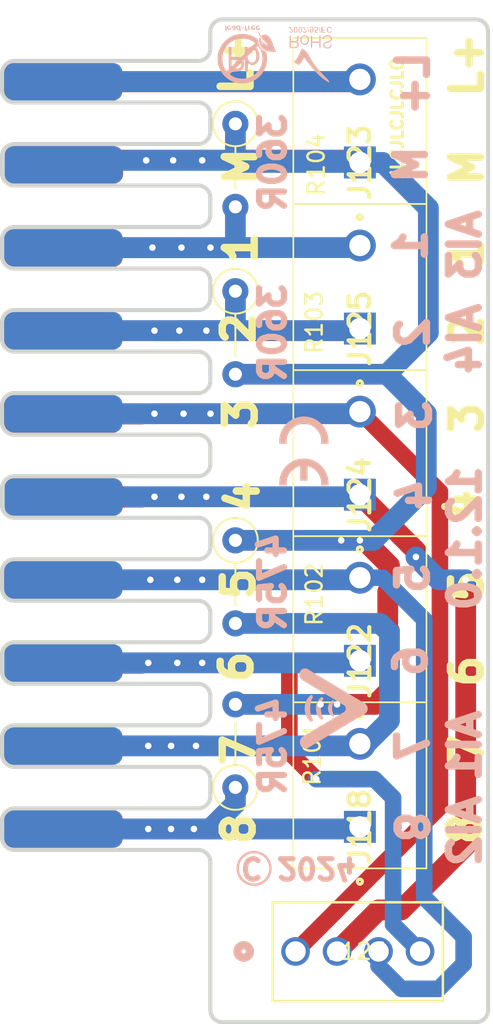
<source format=kicad_pcb>
(kicad_pcb (version 20221018) (generator pcbnew)
  (layers (0 "F.Cu" signal) (31 "B.Cu" signal) (34 "B.Paste" user) (35 "F.Paste" user) (36 "B.SilkS" user "B.Silkscreen") (37 "F.SilkS" user "F.Silkscreen") (38 "B.Mask" user) (39 "F.Mask" user) (44 "Edge.Cuts" user))
  (net 0 "")
  (net 1 "Net-(J102-Pin_1)")
  (net 2 "Net-(J103-Pin_1)")
  (net 3 "Net-(J104-Pin_1)")
  (net 4 "Net-(J105-Pin_1)")
  (net 5 "Net-(J106-Pin_1)")
  (net 6 "Net-(J107-Pin_1)")
  (net 7 "Net-(J108-Pin_1)")
  (net 8 "Net-(J109-Pin_1)")
  (net 9 "Net-(J119-Pin_1)")
  (net 10 "M")
  (footprint "PCB_FOOTPRINT_Library:Conn_pin_PLC" (layer "F.Cu") (at 133.843095 113.372303)
    (fp_text reference "J104" hide)
    (fp_text value "Conn_01x01_PAD" hide)
  )
  (footprint "PCB_FOOTPRINT_Library:Conn_pin_PLC" (layer "F.Cu") (at 133.827476 93.050761)
    (fp_text reference "J108" hide)
    (fp_text value "Conn_01x01_PAD" hide)
  )
  (footprint "PCB_FOOTPRINT_Library:1729128" (layer "F.Cu") (at 153.289 107.823 90)
    (fp_text reference "J124")
    (fp_text value "DB128L-5.08-2P-BK-S" hide)
  )
  (footprint "PCB_FOOTPRINT_Library:Conn_pin_PLC" (layer "F.Cu") (at 133.855227 103.212303)
    (fp_text reference "J106" hide)
    (fp_text value "Conn_01x01_PAD" hide)
  )
  (footprint "PCB_FOOTPRINT_Library:Conn_pin_PLC" (layer "F.Cu") (at 133.835869 113.364473)
    (fp_text reference "J112" hide)
    (fp_text value "Conn_01x01_PAD" hide)
  )
  (footprint "PCB_FOOTPRINT_Library:Conn_pin_PLC" (layer "F.Cu") (at 133.827476 108.286084)
    (fp_text reference "J105" hide)
    (fp_text value "Conn_01x01_PAD" hide)
  )
  (footprint "PCB_FOOTPRINT_Library:Conn_pin_PLC" (layer "F.Cu") (at 133.827476 123.521415)
    (fp_text reference "J102" hide)
    (fp_text value "Conn_01x01_PAD" hide)
  )
  (footprint "PCB_FOOTPRINT_Library:Conn_pin_PLC" (layer "F.Cu") (at 133.848847 82.892303)
    (fp_text reference "J101" hide)
    (fp_text value "Conn_01x01_PAD" hide)
  )
  (footprint "PCB_FOOTPRINT_Library:Conn_pin_PLC" (layer "F.Cu") (at 133.827476 87.97232)
    (fp_text reference "J109" hide)
    (fp_text value "Conn_01x01_PAD" hide)
  )
  (footprint "Resistor_THT:R_Axial_DIN0207_L6.3mm_D2.5mm_P5.08mm_Vertical" (layer "F.Cu") (at 145.669 85.14 -90)
    (fp_text reference "R104")
    (fp_text value "475R")
  )
  (footprint "PCB_FOOTPRINT_Library:1729128" (layer "F.Cu") (at 153.289 117.983 90)
    (fp_text reference "J122")
    (fp_text value "DB128L-5.08-2P-BK-S" hide)
  )
  (footprint "PCB_FOOTPRINT_Library:Conn_pin_PLC" (layer "F.Cu") (at 133.828433 93.039563)
    (fp_text reference "J116" hide)
    (fp_text value "Conn_01x01_PAD" hide)
  )
  (footprint "PCB_FOOTPRINT_Library:Conn_pin_PLC" (layer "F.Cu") (at 133.827476 118.442966)
    (fp_text reference "J103" hide)
    (fp_text value "Conn_01x01_PAD" hide)
  )
  (footprint "PCB_FOOTPRINT_Library:Conn_pin_PLC" (layer "F.Cu") (at 133.814529 98.135324)
    (fp_text reference "J115" hide)
    (fp_text value "Conn_01x01_PAD" hide)
  )
  (footprint "Resistor_THT:R_Axial_DIN0207_L6.3mm_D2.5mm_P5.08mm_Vertical" (layer "F.Cu") (at 145.669 125.73 90)
    (fp_text reference "R101")
    (fp_text value "360R")
  )
  (footprint "PCB_FOOTPRINT_Library:CONN_22-29-2041_MOL" (layer "F.Cu") (at 149.352 135.763)
    (fp_text reference "J126")
    (fp_text value "22292041")
  )
  (footprint "Resistor_THT:R_Axial_DIN0207_L6.3mm_D2.5mm_P5.08mm_Vertical" (layer "F.Cu") (at 145.669 110.617 -90)
    (fp_text reference "R102")
    (fp_text value "360R")
  )
  (footprint "Resistor_THT:R_Axial_DIN0207_L6.3mm_D2.5mm_P5.08mm_Vertical" (layer "F.Cu") (at 145.669 95.377 -90)
    (fp_text reference "R103")
    (fp_text value "475R")
  )
  (footprint "PCB_FOOTPRINT_Library:Conn_pin_PLC" (layer "F.Cu") (at 133.829272 118.443869)
    (fp_text reference "J111" hide)
    (fp_text value "Conn_01x01_PAD" hide)
  )
  (footprint "PCB_FOOTPRINT_Library:Conn_pin_PLC" (layer "F.Cu") (at 133.846116 123.516547)
    (fp_text reference "J110" hide)
    (fp_text value "Conn_01x01_PAD" hide)
  )
  (footprint "PCB_FOOTPRINT_Library:1729128" (layer "F.Cu") (at 153.289 97.663 90)
    (fp_text reference "J125")
    (fp_text value "DB128L-5.08-2P-BK-S" hide)
  )
  (footprint "PCB_FOOTPRINT_Library:Conn_pin_PLC" (layer "F.Cu") (at 133.869293 82.892303)
    (fp_text reference "J120" hide)
    (fp_text value "Conn_01x01_PAD" hide)
  )
  (footprint "PCB_FOOTPRINT_Library:1729128" (layer "F.Cu") (at 153.289 87.503 90)
    (fp_text reference "J123")
    (fp_text value "DB128L-5.08-2P-BK-S" hide)
  )
  (footprint "PCB_FOOTPRINT_Library:Conn_pin_PLC" (layer "F.Cu") (at 133.82816 98.121694)
    (fp_text reference "J107" hide)
    (fp_text value "Conn_01x01_PAD" hide)
  )
  (footprint "PCB_FOOTPRINT_Library:1729128" (layer "F.Cu") (at 153.289 128.143 90)
    (fp_text reference "J118")
    (fp_text value "DB128L-5.08-2P-BK-S" hide)
  )
  (footprint "PCB_FOOTPRINT_Library:Conn_pin_PLC" (layer "F.Cu") (at 133.84614 103.212303)
    (fp_text reference "J114" hide)
    (fp_text value "Conn_01x01_PAD" hide)
  )
  (footprint "PCB_FOOTPRINT_Library:Conn_pin_PLC" (layer "F.Cu") (at 133.824486 77.815977)
    (fp_text reference "J121" hide)
    (fp_text value "Conn_01x01_PAD" hide)
  )
  (footprint "PCB_FOOTPRINT_Library:Conn_pin_PLC" (layer "F.Cu") (at 133.846429 87.986803)
    (fp_text reference "J117" hide)
    (fp_text value "Conn_01x01_PAD" hide)
  )
  (footprint "PCB_FOOTPRINT_Library:Conn_pin_PLC" (layer "F.Cu") (at 133.826025 108.293173)
    (fp_text reference "J113" hide)
    (fp_text value "Conn_01x01_PAD" hide)
  )
  (footprint "LOGO" (layer "B.Cu") (at 150.006856 105.482877 -90)
    (fp_text reference "G***" hide)
    (fp_text value "LOGO" hide)
  )
  (footprint "LOGO" (layer "B.Cu") (at 148.082 80.899)
    (fp_text reference "G***" hide)
    (fp_text value "LOGO" hide)
  )
  (footprint "PCB_FOOTPRINT_Library:Conn_pin_PLC" (layer "B.Cu") (at 136.440986 77.815977 180)
    (fp_text reference "J119" hide)
    (fp_text value "Conn_01x01_PAD" hide)
  )
  (gr_poly (pts (xy 150.595501 120.854032) (xy 150.599232 120.806451) (xy 150.605519 120.759353) (xy 150.614316 120.712831) (xy 150.625581 120.666981) (xy 150.63927 120.621897) (xy 150.655341 120.577674) (xy 150.67375 120.534406) (xy 150.694453 120.492188) (xy 150.717408 120.451115) (xy 150.742571 120.411281) (xy 150.769899 120.37278) (xy 150.799348 120.335707) (xy 150.830876 120.300157) (xy 150.864438 120.266225) (xy 150.899993 120.234005) (xy 150.906014 120.229062) (xy 150.912147 120.224083) (xy 150.918355 120.219103) (xy 150.924599 120.214161) (xy 150.924716 120.214047) (xy 150.924836 120.213936) (xy 150.924959 120.213829) (xy 150.925085 120.213725) (xy 150.925213 120.213625) (xy 150.925345 120.213529) (xy 150.925478 120.213436) (xy 150.925614 120.213346) (xy 150.925753 120.213261) (xy 150.925893 120.213179) (xy 150.926036 120.213101) (xy 150.926181 120.213028) (xy 150.926329 120.212958) (xy 150.926478 120.212892) (xy 150.926629 120.21283) (xy 150.926782 120.212772) (xy 150.928716 120.211781) (xy 150.930673 120.210845) (xy 150.932653 120.209964) (xy 150.934654 120.209138) (xy 150.936676 120.208368) (xy 150.938717 120.207653) (xy 150.940776 120.206994) (xy 150.942852 120.206392) (xy 150.944943 120.205847) (xy 150.947049 120.205358) (xy 150.949168 120.204927) (xy 150.951299 120.204554) (xy 150.953441 120.204238) (xy 150.955593 120.203981) (xy 150.957753 120.203783) (xy 150.959921 120.203643) (xy 150.964016 120.203983) (xy 150.968057 120.204504) (xy 150.97204 120.205203) (xy 150.97596 120.206075) (xy 150.979814 120.207116) (xy 150.983598 120.208322) (xy 150.987306 120.209689) (xy 150.990936 120.211214) (xy 150.994482 120.212891) (xy 150.997941 120.214717) (xy 151.001309 120.216689) (xy 151.00458 120.218801) (xy 151.007752 120.22105) (xy 151.01082 120.223432) (xy 151.013779 120.225943) (xy 151.016626 120.228578) (xy 151.019356 120.231334) (xy 151.021965 120.234207) (xy 151.02445 120.237192) (xy 151.026805 120.240286) (xy 151.029026 120.243485) (xy 151.031111 120.246784) (xy 151.033053 120.250179) (xy 151.034849 120.253667) (xy 151.036495 120.257242) (xy 151.037987 120.260903) (xy 151.039321 120.264643) (xy 151.040491 120.26846) (xy 151.041495 120.272349) (xy 151.042328 120.276306) (xy 151.042986 120.280327) (xy 151.043464 120.284407) (xy 151.043919 120.286712) (xy 151.044308 120.289027) (xy 151.044631 120.291351) (xy 151.044888 120.293683) (xy 151.045078 120.296022) (xy 151.045202 120.298365) (xy 151.045259 120.300712) (xy 151.045249 120.303061) (xy 151.045249 120.305839) (xy 151.045238 120.307637) (xy 151.045179 120.309434) (xy 151.045075 120.311228) (xy 151.044924 120.313018) (xy 151.044727 120.314804) (xy 151.044484 120.316585) (xy 151.044195 120.318359) (xy 151.04386 120.320126) (xy 151.043501 120.321526) (xy 151.043158 120.322931) (xy 151.042834 120.324339) (xy 151.042527 120.325752) (xy 151.042238 120.327168) (xy 151.041967 120.328588) (xy 151.041714 120.330011) (xy 151.041479 120.331438) (xy 151.041459 120.331989) (xy 151.0414 120.332528) (xy 151.041308 120.333056) (xy 151.041185 120.333574) (xy 151.041035 120.334084) (xy 151.040862 120.334587) (xy 151.04067 120.335085) (xy 151.040462 120.33558) (xy 151.040016 120.336563) (xy 151.039554 120.337549) (xy 151.039105 120.338548) (xy 151.038896 120.339057) (xy 151.038701 120.339573) (xy 151.038411 120.340558) (xy 151.03809 120.341532) (xy 151.037738 120.342495) (xy 151.037356 120.343446) (xy 151.036943 120.344384) (xy 151.0365 120.345308) (xy 151.036028 120.346219) (xy 151.035526 120.347114) (xy 151.034353 120.349116) (xy 151.033213 120.351108) (xy 151.0321 120.3531) (xy 151.031011 120.355101) (xy 151.029941 120.357121) (xy 151.028884 120.359169) (xy 151.027837 120.361255) (xy 151.026795 120.363386) (xy 151.026368 120.36411) (xy 151.025929 120.364826) (xy 151.025477 120.365534) (xy 151.025011 120.366233) (xy 151.024533 120.366924) (xy 151.024043 120.367606) (xy 151.02354 120.368279) (xy 151.023024 120.368942) (xy 151.021791 120.370593) (xy 151.020526 120.37222) (xy 151.019231 120.373822) (xy 151.017906 120.375398) (xy 151.01655 120.376949) (xy 151.015165 120.378474) (xy 151.013751 120.379972) (xy 151.012309 120.381444) (xy 151.013846 120.380101) (xy 151.015343 120.378714) (xy 151.016799 120.377285) (xy 151.018212 120.375815) (xy 151.019582 120.374304) (xy 151.020907 120.372754) (xy 151.022187 120.371165) (xy 151.023421 120.369538) (xy 151.008511 120.400501) (xy 150.994554 120.431846) (xy 150.981553 120.463551) (xy 150.969515 120.495594) (xy 150.958445 120.527952) (xy 150.948347 120.560603) (xy 150.939227 120.593525) (xy 150.931089 120.626697) (xy 150.923939 120.660095) (xy 150.917783 120.693697) (xy 150.912624 120.727483) (xy 150.908468 120.761429) (xy 150.90532 120.795513) (xy 150.903186 120.829713) (xy 150.90207 120.864007) (xy 150.901977 120.898373) (xy 150.902088 120.933477) (xy 150.903269 120.968504) (xy 150.905513 121.00343) (xy 150.908816 121.038232) (xy 150.913172 121.072885) (xy 150.918575 121.107366) (xy 150.925019 121.141652) (xy 150.9325 121.175719) (xy 150.941011 121.209543) (xy 150.950548 121.2431) (xy 150.961103 121.276368) (xy 150.972673 121.309322) (xy 150.98525 121.341938) (xy 150.998831 121.374194) (xy 151.013408 121.406065) (xy 151.028977 121.437528) (xy 151.029355 121.438013) (xy 151.029722 121.438505) (xy 151.030079 121.439004) (xy 151.030426 121.439511) (xy 151.030762 121.440023) (xy 151.031088 121.440543) (xy 151.031402 121.441069) (xy 151.031706 121.441601) (xy 151.032 121.442139) (xy 151.032282 121.442683) (xy 151.032553 121.443232) (xy 151.032813 121.443788) (xy 151.033062 121.444348) (xy 151.033299 121.444914) (xy 151.033525 121.445485) (xy 151.03374 121.446061) (xy 151.035136 121.448928) (xy 151.036445 121.45183) (xy 151.037665 121.454766) (xy 151.038796 121.457734) (xy 151.039837 121.460732) (xy 151.040788 121.463757) (xy 151.041649 121.466807) (xy 151.04242 121.469881) (xy 151.043098 121.472977) (xy 151.043685 121.476092) (xy 151.044179 121.479224) (xy 151.044581 121.482372) (xy 151.044889 121.485533) (xy 151.045104 121.488705) (xy 151.045224 121.491887) (xy 151.045249 121.495075) (xy 151.04514 121.500122) (xy 151.044817 121.505101) (xy 151.044284 121.510007) (xy 151.043547 121.514832) (xy 151.042611 121.519572) (xy 151.041482 121.52422) (xy 151.040164 121.52877) (xy 151.038664 121.533215) (xy 151.036985 121.537551) (xy 151.035134 121.54177) (xy 151.033115 121.545867) (xy 151.030934 121.549836) (xy 151.028596 121.55367) (xy 151.026106 121.557364) (xy 151.02347 121.560911) (xy 151.020693 121.564305) (xy 151.017779 121.567541) (xy 151.014735 121.570612) (xy 151.011565 121.573512) (xy 151.008275 121.576235) (xy 151.004869 121.578775) (xy 151.001354 121.581126) (xy 150.997734 121.583282) (xy 150.994015 121.585237) (xy 150.990202 121.586985) (xy 150.986299 121.588519) (xy 150.982313 121.589834) (xy 150.978249 121.590923) (xy 150.974111 121.591781) (xy 150.969905 121.592401) (xy 150.965636 121.592778) (xy 150.96131 121.592905) (xy 150.958681 121.592858) (xy 150.956061 121.592719) (xy 150.953451 121.592487) (xy 150.950856 121.592164) (xy 150.948276 121.59175) (xy 150.945715 121.591246) (xy 150.943175 121.590653) (xy 150.940657 121.589971) (xy 150.938165 121.589201) (xy 150.935701 121.588343) (xy 150.933267 121.587399) (xy 150.930865 121.586369) (xy 150.928499 121.585253) (xy 150.926169 121.584053) (xy 150.923879 121.582768) (xy 150.921631 121.581401) (xy 150.921623 121.581395) (xy 150.917455 121.578084) (xy 150.913288 121.574698) (xy 150.909121 121.571238) (xy 150.904954 121.567703) (xy 150.869161 121.535748) (xy 150.835347 121.502067) (xy 150.803556 121.466752) (xy 150.773831 121.4299) (xy 150.746218 121.391604) (xy 150.720759 121.351958) (xy 150.697499 121.311056) (xy 150.676483 121.268993) (xy 150.657752 121.225863) (xy 150.641353 121.181761) (xy 150.627328 121.13678) (xy 150.615723 121.091015) (xy 150.60658 121.044561) (xy 150.599943 120.99751) (xy 150.595857 120.949959) (xy 150.594366 120.902)) (fill solid) (layer "B.SilkS"))
  (gr_poly (pts (xy 149.91072 120.839342) (xy 149.915242 120.780547) (xy 149.922676 120.722863) (xy 149.932939 120.666372) (xy 149.945949 120.611153) (xy 149.961622 120.557289) (xy 149.979875 120.50486) (xy 150.000625 120.453947) (xy 150.023789 120.404632) (xy 150.049283 120.356996) (xy 150.077025 120.31112) (xy 150.106932 120.267084) (xy 150.138919 120.224971) (xy 150.172905 120.18486) (xy 150.208806 120.146834) (xy 150.246539 120.110973) (xy 150.246539 120.109782) (xy 150.253072 120.103944) (xy 150.259809 120.09805) (xy 150.273526 120.086168) (xy 150.27383 120.085941) (xy 150.27414 120.085721) (xy 150.274455 120.08551) (xy 150.274775 120.085307) (xy 150.2751 120.085113) (xy 150.275431 120.084927) (xy 150.275766 120.084749) (xy 150.276106 120.08458) (xy 150.278152 120.083482) (xy 150.280227 120.082446) (xy 150.282328 120.081472) (xy 150.284455 120.080561) (xy 150.286606 120.079713) (xy 150.288778 120.078928) (xy 150.290972 120.078207) (xy 150.293186 120.077551) (xy 150.295417 120.076959) (xy 150.297666 120.076432) (xy 150.299929 120.075971) (xy 150.302207 120.075575) (xy 150.304497 120.075246) (xy 150.306798 120.074983) (xy 150.309109 120.074787) (xy 150.311428 120.074659) (xy 150.31572 120.074779) (xy 150.319963 120.075136) (xy 150.324153 120.075724) (xy 150.328284 120.076539) (xy 150.332353 120.077575) (xy 150.336356 120.078828) (xy 150.340288 120.080291) (xy 150.344145 120.081961) (xy 150.347923 120.083831) (xy 150.351618 120.085897) (xy 150.355225 120.088154) (xy 150.358741 120.090596) (xy 150.362161 120.093219) (xy 150.36548 120.096017) (xy 150.368696 120.098985) (xy 150.371802 120.102118) (xy 150.374796 120.105411) (xy 150.377673 120.108858) (xy 150.380429 120.112456) (xy 150.383059 120.116197) (xy 150.38556 120.120078) (xy 150.387926 120.124094) (xy 150.390155 120.128238) (xy 150.392241 120.132507) (xy 150.394181 120.136894) (xy 150.39597 120.141395) (xy 150.397605 120.146005) (xy 150.39908 120.150718) (xy 150.400391 120.15553) (xy 150.401536 120.160435) (xy 150.402508 120.165428) (xy 150.403304 120.170504) (xy 150.403846 120.173225) (xy 150.404311 120.175959) (xy 150.4047 120.178703) (xy 150.405012 120.181457) (xy 150.405247 120.184218) (xy 150.405404 120.186985) (xy 150.405484 120.189757) (xy 150.405487 120.192531) (xy 150.405487 120.195904) (xy 150.405447 120.198025) (xy 150.405361 120.200144) (xy 150.40523 120.20226) (xy 150.405054 120.204372) (xy 150.404833 120.20648) (xy 150.404567 120.208583) (xy 150.404256 120.21068) (xy 150.4039 120.212771) (xy 150.403877 120.213625) (xy 150.403813 120.214475) (xy 150.403713 120.21532) (xy 150.40358 120.216164) (xy 150.403421 120.217004) (xy 150.40324 120.217843) (xy 150.402833 120.219518) (xy 150.401974 120.222873) (xy 150.401779 120.223716) (xy 150.401602 120.224562) (xy 150.401447 120.225412) (xy 150.40132 120.226265) (xy 150.398343 120.23579) (xy 150.397976 120.236961) (xy 150.397586 120.238124) (xy 150.397173 120.239278) (xy 150.396737 120.240425) (xy 150.396279 120.241562) (xy 150.395799 120.24269) (xy 150.395296 120.243809) (xy 150.394771 120.244918) (xy 150.393431 120.247336) (xy 150.392125 120.249772) (xy 150.390856 120.252227) (xy 150.389622 120.254699) (xy 150.388424 120.257189) (xy 150.387262 120.259697) (xy 150.386137 120.262221) (xy 150.385048 120.264762) (xy 150.384598 120.265648) (xy 150.384128 120.266522) (xy 150.383637 120.267385) (xy 150.383126 120.268235) (xy 150.382594 120.269073) (xy 150.382043 120.269898) (xy 150.381472 120.27071) (xy 150.380881 120.271509) (xy 150.379526 120.273429) (xy 150.378139 120.275325) (xy 150.376721 120.277198) (xy 150.375272 120.279047) (xy 150.373793 120.280871) (xy 150.372283 120.282671) (xy 150.370743 120.284445) (xy 150.369173 120.286194) (xy 150.370041 120.285404) (xy 150.370896 120.284602) (xy 150.371739 120.283787) (xy 150.372569 120.282959) (xy 150.373386 120.282119) (xy 150.37419 120.281267) (xy 150.37498 120.280403) (xy 150.375757 120.279526) (xy 150.376521 120.278638) (xy 150.377271 120.277739) (xy 150.378007 120.276827) (xy 150.378729 120.275905) (xy 150.379437 120.274971) (xy 150.380131 120.274026) (xy 150.380811 120.27307) (xy 150.381476 120.272104) (xy 150.366139 120.304956) (xy 150.351621 120.338824) (xy 150.337945 120.373669) (xy 150.325135 120.409457) (xy 150.313215 120.44615) (xy 150.302208 120.483713) (xy 150.292137 120.522109) (xy 150.283026 120.561302) (xy 150.274899 120.601255) (xy 150.26778 120.641932) (xy 150.261691 120.683297) (xy 150.256656 120.725314) (xy 150.252699 120.767945) (xy 150.249843 120.811155) (xy 150.248113 120.854908) (xy 150.247531 120.899167) (xy 150.248143 120.944324) (xy 150.249961 120.988984) (xy 150.252961 121.033105) (xy 150.257115 121.076644) (xy 150.262398 121.11956) (xy 150.268784 121.161811) (xy 150.276248 121.203355) (xy 150.284763 121.24415) (xy 150.294303 121.284155) (xy 150.304843 121.323327) (xy 150.316357 121.361624) (xy 150.328819 121.399006) (xy 150.342203 121.435429) (xy 150.356483 121.470853) (xy 150.371633 121.505234) (xy 150.387628 121.538532) (xy 150.388027 121.539117) (xy 150.388415 121.539709) (xy 150.388792 121.540308) (xy 150.389157 121.540914) (xy 150.389509 121.541526) (xy 150.389851 121.542145) (xy 150.39018 121.54277) (xy 150.390497 121.543402) (xy 150.390802 121.544039) (xy 150.391094 121.544682) (xy 150.391375 121.545331) (xy 150.391643 121.545985) (xy 150.391898 121.546645) (xy 150.392141 121.547309) (xy 150.392371 121.547978) (xy 150.392589 121.548652) (xy 150.39417 121.55206) (xy 150.395651 121.555506) (xy 150.39703 121.558989) (xy 150.398307 121.562507) (xy 150.399482 121.566057) (xy 150.400553 121.569638) (xy 150.401521 121.573246) (xy 150.402385 121.576879) (xy 150.403144 121.580536) (xy 150.403798 121.584214) (xy 150.404346 121.587911) (xy 150.404789 121.591624) (xy 150.405125 121.595351) (xy 150.405353 121.599091) (xy 150.405474 121.60284) (xy 150.405487 121.606596) (xy 150.405367 121.612586) (xy 150.405009 121.618495) (xy 150.40442 121.624317) (xy 150.403605 121.630044) (xy 150.401323 121.641184) (xy 150.39821 121.651859) (xy 150.394312 121.66201) (xy 150.389675 121.671581) (xy 150.384348 121.680513) (xy 150.378376 121.688749) (xy 150.375162 121.692589) (xy 150.371806 121.696232) (xy 150.368311 121.699673) (xy 150.364685 121.702904) (xy 150.360933 121.705918) (xy 150.357061 121.708708) (xy 150.353074 121.711266) (xy 150.348979 121.713585) (xy 150.344781 121.715658) (xy 150.340487 121.717479) (xy 150.336101 121.719039) (xy 150.331631 121.720331) (xy 150.327081 121.721349) (xy 150.322458 121.722085) (xy 150.317767 121.722532) (xy 150.313015 121.722682) (xy 150.310141 121.722586) (xy 150.307279 121.722386) (xy 150.304431 121.722083) (xy 150.301601 121.721679) (xy 150.29879 121.721173) (xy 150.296003 121.720568) (xy 150.29324 121.719863) (xy 150.290506 121.71906) (xy 150.287802 121.718159) (xy 150.285131 121.717161) (xy 150.282496 121.716068) (xy 150.2799 121.714879) (xy 150.277345 121.713596) (xy 150.274834 121.712219) (xy 150.27237 121.71075) (xy 150.269954 121.709188) (xy 150.267647 121.707236) (xy 150.265341 121.705251) (xy 150.260727 121.701201) (xy 150.256113 121.697078) (xy 150.2515 121.692917) (xy 150.213319 121.656993) (xy 150.176969 121.61879) (xy 150.142538 121.578406) (xy 150.110113 121.535937) (xy 150.07978 121.491481) (xy 150.051628 121.445135) (xy 150.025743 121.396997) (xy 150.002212 121.347164) (xy 149.981124 121.295733) (xy 149.962564 121.242803) (xy 149.94662 121.188469) (xy 149.933379 121.13283) (xy 149.922929 121.075983) (xy 149.915357 121.018025) (xy 149.91075 120.959054) (xy 149.909195 120.899167)) (fill solid) (layer "B.SilkS"))
  (gr_poly (pts (xy 151.334136 120.861541) (xy 151.337548 120.825715) (xy 151.343154 120.790551) (xy 151.35089 120.7561) (xy 151.360689 120.722414) (xy 151.372487 120.689545) (xy 151.386218 120.657545) (xy 151.401817 120.626464) (xy 151.419218 120.596356) (xy 151.438355 120.567272) (xy 151.459164 120.539263) (xy 151.481579 120.512381) (xy 151.505535 120.486679) (xy 151.530966 120.462207) (xy 151.557807 120.439018) (xy 151.585992 120.417163) (xy 151.605835 120.402677) (xy 151.60782 120.402677) (xy 151.609419 120.401958) (xy 151.611033 120.401277) (xy 151.612661 120.400636) (xy 151.614303 120.400034) (xy 151.615958 120.399471) (xy 151.617625 120.398947) (xy 151.619303 120.398464) (xy 151.620993 120.39802) (xy 151.622692 120.397617) (xy 151.6244 120.397253) (xy 151.626118 120.396931) (xy 151.627843 120.396648) (xy 151.629575 120.396407) (xy 151.631313 120.396206) (xy 151.633058 120.396047) (xy 151.634807 120.395929) (xy 151.638 120.396) (xy 151.641159 120.396212) (xy 151.644283 120.396563) (xy 151.647368 120.39705) (xy 151.65041 120.39767) (xy 151.653406 120.39842) (xy 151.656352 120.399297) (xy 151.659246 120.400299) (xy 151.662084 120.401422) (xy 151.664862 120.402664) (xy 151.667577 120.404022) (xy 151.670225 120.405493) (xy 151.672804 120.407075) (xy 151.67531 120.408763) (xy 151.67774 120.410557) (xy 151.68009 120.412451) (xy 151.682356 120.414445) (xy 151.684536 120.416535) (xy 151.686625 120.418717) (xy 151.688622 120.420991) (xy 151.690521 120.423351) (xy 151.692321 120.425796) (xy 151.694017 120.428323) (xy 151.695606 120.430928) (xy 151.697084 120.43361) (xy 151.698449 120.436364) (xy 151.699697 120.43919) (xy 151.700825 120.442082) (xy 151.701828 120.445039) (xy 151.702704 120.448058) (xy 151.70345 120.451136) (xy 151.704062 120.45427) (xy 151.704404 120.455935) (xy 151.704698 120.457609) (xy 151.704944 120.45929) (xy 151.705142 120.460977) (xy 151.705292 120.462669) (xy 151.705393 120.464364) (xy 151.705447 120.466063) (xy 151.705451 120.467764) (xy 151.705451 120.468954) (xy 151.705547 120.470242) (xy 151.705616 120.471532) (xy 151.705658 120.472823) (xy 151.705671 120.474114) (xy 151.705658 120.475405) (xy 151.705616 120.476695) (xy 151.705547 120.477985) (xy 151.705451 120.479273) (xy 151.705149 120.480276) (xy 151.704863 120.481284) (xy 151.704591 120.482295) (xy 151.704335 120.483311) (xy 151.704095 120.48433) (xy 151.70387 120.485353) (xy 151.703661 120.486379) (xy 151.703467 120.487409) (xy 151.701085 120.493362) (xy 151.700829 120.494086) (xy 151.700554 120.494802) (xy 151.700259 120.49551) (xy 151.699946 120.49621) (xy 151.699614 120.496901) (xy 151.699263 120.497583) (xy 151.698893 120.498256) (xy 151.698506 120.498918) (xy 151.69749 120.500333) (xy 151.696521 120.501749) (xy 151.69559 120.50317) (xy 151.694686 120.504599) (xy 151.692925 120.507485) (xy 151.691164 120.510428) (xy 151.690809 120.510979) (xy 151.690441 120.511523) (xy 151.690062 120.512057) (xy 151.68967 120.512583) (xy 151.689267 120.5131) (xy 151.688852 120.513608) (xy 151.688426 120.514106) (xy 151.687988 120.514595) (xy 151.686964 120.515775) (xy 151.68592 120.516937) (xy 151.684856 120.518081) (xy 151.683773 120.519208) (xy 151.682672 120.520315) (xy 151.681552 120.521404) (xy 151.680414 120.522474) (xy 151.679257 120.523525) (xy 151.679893 120.523066) (xy 151.68052 120.522596) (xy 151.68114 120.522116) (xy 151.681751 120.521626) (xy 151.682353 120.521126) (xy 151.682947 120.520615) (xy 151.683532 120.520095) (xy 151.684108 120.519566) (xy 151.684676 120.519026) (xy 151.685234 120.518478) (xy 151.685783 120.517919) (xy 151.686322 120.517352) (xy 151.686853 120.516775) (xy 151.687373 120.51619) (xy 151.687884 120.515595) (xy 151.688385 120.514992) (xy 151.664579 120.560619) (xy 151.643992 120.607348) (xy 151.626621 120.655018) (xy 151.612468 120.70347) (xy 151.601529 120.752542) (xy 151.593806 120.802076) (xy 151.589296 120.85191) (xy 151.587998 120.901884) (xy 151.589912 120.951839) (xy 151.595036 121.001613) (xy 151.60337 121.051048) (xy 151.614912 121.099982) (xy 151.629662 121.148255) (xy 151.647619 121.195708) (xy 151.668781 121.242179) (xy 151.693148 121.287509) (xy 151.693703 121.288224) (xy 151.694235 121.288955) (xy 151.694744 121.289703) (xy 151.695228 121.290466) (xy 151.695688 121.291243) (xy 151.696123 121.292036) (xy 151.696533 121.292842) (xy 151.696918 121.293661) (xy 151.69807 121.295695) (xy 151.699151 121.297764) (xy 151.700159 121.299864) (xy 151.701094 121.301994) (xy 151.701956 121.304151) (xy 151.702744 121.306335) (xy 151.703457 121.308543) (xy 151.704096 121.310773) (xy 151.704659 121.313024) (xy 151.705146 121.315292) (xy 151.705556 121.317577) (xy 151.70589 121.319877) (xy 151.706146 121.322189) (xy 151.706324 121.324512) (xy 151.706423 121.326843) (xy 151.706443 121.329181) (xy 151.706396 121.332662) (xy 151.706178 121.336121) (xy 151.705791 121.339553) (xy 151.705236 121.342951) (xy 151.704517 121.34631) (xy 151.703636 121.349624) (xy 151.702595 121.352887) (xy 151.701397 121.356094) (xy 151.700043 121.359239) (xy 151.698537 121.362315) (xy 151.69688 121.365317) (xy 151.695075 121.36824) (xy 151.693124 121.371077) (xy 151.691029 121.373822) (xy 151.688794 121.376471) (xy 151.686419 121.379016) (xy 151.683921 121.381441) (xy 151.681317 121.383729) (xy 151.678614 121.385877) (xy 151.675816 121.387884) (xy 151.672929 121.389747) (xy 151.669961 121.391463) (xy 151.666915 121.39303) (xy 151.663798 121.394445) (xy 151.660615 121.395707) (xy 151.657373 121.396812) (xy 151.654077 121.397759) (xy 151.650733 121.398544) (xy 151.647347 121.399165) (xy 151.643924 121.399621) (xy 151.640469 121.399908) (xy 151.63699 121.400023) (xy 151.634885 121.399977) (xy 151.632786 121.399866) (xy 151.630694 121.39969) (xy 151.628612 121.399449) (xy 151.626539 121.399145) (xy 151.624479 121.398777) (xy 151.622432 121.398347) (xy 151.620399 121.397853) (xy 151.618383 121.397297) (xy 151.616384 121.396679) (xy 151.614404 121.395999) (xy 151.612445 121.395258) (xy 151.610508 121.394456) (xy 151.608594 121.393594) (xy 151.606706 121.392671) (xy 151.604843 121.391689) (xy 151.603123 121.390546) (xy 151.601389 121.389357) (xy 151.599646 121.388131) (xy 151.597898 121.386877) (xy 151.594407 121.384322) (xy 151.590953 121.381767) (xy 151.562254 121.359846) (xy 151.534916 121.336538) (xy 151.509007 121.311902) (xy 151.484593 121.285999) (xy 151.461744 121.258888) (xy 151.440526 121.230629) (xy 151.421007 121.20128) (xy 151.403256 121.170902) (xy 151.387339 121.139555) (xy 151.373324 121.107297) (xy 151.36128 121.074189) (xy 151.351274 121.04029) (xy 151.343374 121.00566) (xy 151.337647 120.970358) (xy 151.335619 120.952473) (xy 151.334161 120.934443) (xy 151.33328 120.916275) (xy 151.332984 120.897976)) (fill solid) (layer "B.SilkS"))
  (gr_poly (pts (xy 149.579392 118.833433) (xy 149.579853 118.813648) (xy 149.581222 118.794123) (xy 149.583476 118.774881) (xy 149.586591 118.755947) (xy 149.590547 118.737344) (xy 149.595319 118.719097) (xy 149.600885 118.70123) (xy 149.607223 118.683767) (xy 149.614309 118.666733) (xy 149.622122 118.650152) (xy 149.630638 118.634047) (xy 149.639835 118.618443) (xy 149.64969 118.603365) (xy 149.66018 118.588836) (xy 149.671283 118.574881) (xy 149.682976 118.561524) (xy 149.695237 118.548788) (xy 149.708042 118.536699) (xy 149.72137 118.525281) (xy 149.735196 118.514557) (xy 149.7495 118.504552) (xy 149.764257 118.49529) (xy 149.779446 118.486795) (xy 149.795044 118.479091) (xy 149.811027 118.472204) (xy 149.827374 118.466156) (xy 149.844062 118.460972) (xy 149.861068 118.456676) (xy 149.878369 118.453293) (xy 149.895942 118.450847) (xy 149.913766 118.449361) (xy 149.931817 118.448861) (xy 149.940552 118.448964) (xy 149.949269 118.449302) (xy 149.957965 118.449872) (xy 149.966635 118.450675) (xy 149.975274 118.451708) (xy 149.983877 118.452972) (xy 149.992441 118.454464) (xy 150.00096 118.456184) (xy 150.00943 118.458131) (xy 150.017846 118.460305) (xy 150.026204 118.462703) (xy 150.034499 118.465325) (xy 150.042727 118.46817) (xy 150.050883 118.471237) (xy 150.058962 118.474526) (xy 150.06696 118.478034) (xy 150.133032 118.517718) (xy 153.388995 120.471137) (xy 153.572351 120.581667) (xy 153.608268 120.603098) (xy 153.610848 120.604685) (xy 153.628794 120.618292) (xy 153.645778 120.63286) (xy 153.661772 120.648335) (xy 153.676751 120.664665) (xy 153.690686 120.681799) (xy 153.703552 120.699684) (xy 153.71532 120.718266) (xy 153.725964 120.737495) (xy 153.735458 120.757317) (xy 153.743772 120.777681) (xy 153.750882 120.798533) (xy 153.75676 120.819822) (xy 153.761379 120.841495) (xy 153.764711 120.8635) (xy 153.76673 120.885784) (xy 153.767409 120.908295) (xy 153.76673 120.930806) (xy 153.764711 120.95309) (xy 153.761379 120.975094) (xy 153.75676 120.996767) (xy 153.750882 121.018056) (xy 153.743772 121.038909) (xy 153.735458 121.059272) (xy 153.725964 121.079094) (xy 153.71532 121.098323) (xy 153.703552 121.116906) (xy 153.690686 121.13479) (xy 153.676751 121.151924) (xy 153.661772 121.168254) (xy 153.645778 121.18373) (xy 153.628794 121.198297) (xy 153.610848 121.211904) (xy 153.61051 121.212105) (xy 153.610177 121.212312) (xy 153.609848 121.212526) (xy 153.609523 121.212746) (xy 153.609202 121.212972) (xy 153.608886 121.213205) (xy 153.608575 121.213445) (xy 153.608268 121.21369) (xy 153.572351 121.235121) (xy 153.388598 121.345452) (xy 150.164584 123.28002) (xy 150.109617 123.313159) (xy 150.101271 123.317098) (xy 150.09283 123.320794) (xy 150.084297 123.324246) (xy 150.075679 123.327452) (xy 150.06698 123.330411) (xy 150.058207 123.333121) (xy 150.049364 123.335582) (xy 150.040457 123.337793) (xy 150.031491 123.339751) (xy 150.022472 123.341456) (xy 150.013405 123.342907) (xy 150.004295 123.344101) (xy 149.995148 123.345039) (xy 149.985968 123.345719) (xy 149.976763 123.346139) (xy 149.967536 123.346298) (xy 149.949379 123.345796) (xy 149.931463 123.344307) (xy 149.913807 123.341855) (xy 149.896436 123.338463) (xy 149.87937 123.334157) (xy 149.862633 123.328961) (xy 149.846245 123.322898) (xy 149.830229 123.315993) (xy 149.814608 123.30827) (xy 149.799402 123.299753) (xy 149.784636 123.290466) (xy 149.770329 123.280434) (xy 149.756505 123.269681) (xy 149.743186 123.258231) (xy 149.730393 123.246109) (xy 149.718149 123.233337) (xy 149.706476 123.219941) (xy 149.695396 123.205946) (xy 149.684932 123.191374) (xy 149.675104 123.17625) (xy 149.665935 123.160599) (xy 149.657448 123.144444) (xy 149.649665 123.12781) (xy 149.642607 123.110721) (xy 149.636296 123.093202) (xy 149.630755 123.075276) (xy 149.626006 123.056967) (xy 149.622071 123.0383) (xy 149.618972 123.0193) (xy 149.616731 122.999989) (xy 149.615371 122.980393) (xy 149.614912 122.960535) (xy 149.615283 122.938277) (xy 149.616883 122.916196) (xy 149.61969 122.894338) (xy 149.623684 122.872749) (xy 149.628843 122.851474) (xy 149.635148 122.830558) (xy 149.642577 122.810047) (xy 149.65111 122.789987) (xy 149.660725 122.770422) (xy 149.671402 122.751398) (xy 149.68312 122.732962) (xy 149.695858 122.715157) (xy 149.709596 122.698031) (xy 149.724312 122.681627) (xy 149.739986 122.665992) (xy 149.756596 122.651171) (xy 149.757589 122.651171) (xy 149.841726 122.599974) (xy 152.278936 121.13749) (xy 152.28534 121.134603) (xy 152.291639 121.131508) (xy 152.297829 121.128206) (xy 152.303904 121.124702) (xy 152.309859 121.120998) (xy 152.31569 121.117097) (xy 152.321391 121.113002) (xy 152.326957 121.108717) (xy 152.337702 121.099397) (xy 152.347871 121.089559) (xy 152.357449 121.07923) (xy 152.366424 121.068437) (xy 152.374782 121.057208) (xy 152.382509 121.045571) (xy 152.389592 121.033553) (xy 152.396019 121.021181) (xy 152.401774 121.008484) (xy 152.406846 120.995488) (xy 152.41122 120.982222) (xy 152.414884 120.968712) (xy 152.417824 120.954987) (xy 152.420026 120.941073) (xy 152.421477 120.926999) (xy 152.422164 120.912792) (xy 152.422076 120.898568) (xy 152.421218 120.884446) (xy 152.419604 120.870452) (xy 152.417245 120.856615) (xy 152.414153 120.842963) (xy 152.410342 120.829524) (xy 152.405822 120.816326) (xy 152.400606 120.803398) (xy 152.394706 120.790767) (xy 152.388135 120.778461) (xy 152.380905 120.766509) (xy 152.373028 120.754938) (xy 152.364515 120.743777) (xy 152.355381 120.733053) (xy 152.345635 120.722796) (xy 152.335292 120.713032) (xy 152.307312 120.694975) (xy 152.284095 120.679893) (xy 152.280191 120.67811) (xy 152.276232 120.676346) (xy 152.272235 120.674619) (xy 152.26822 120.672948) (xy 149.784576 119.182881) (xy 149.772666 119.176248) (xy 149.76105 119.169236) (xy 149.749736 119.161857) (xy 149.738729 119.15412) (xy 149.728034 119.146035) (xy 149.717659 119.137613) (xy 149.707608 119.128863) (xy 149.697889 119.119796) (xy 149.688506 119.110422) (xy 149.679466 119.100751) (xy 149.670775 119.090793) (xy 149.662439 119.080559) (xy 149.654463 119.070059) (xy 149.646854 119.059302) (xy 149.639618 119.048299) (xy 149.63276 119.03706) (xy 149.626287 119.025595) (xy 149.620204 119.013914) (xy 149.614518 119.002028) (xy 149.609234 118.989947) (xy 149.604359 118.977681) (xy 149.599898 118.965239) (xy 149.595858 118.952633) (xy 149.592243 118.939872) (xy 149.589061 118.926966) (xy 149.586318 118.913926) (xy 149.584018 118.900762) (xy 149.582169 118.887484) (xy 149.580775 118.874101) (xy 149.579844 118.860625) (xy 149.579381 118.847066)) (fill solid) (layer "B.SilkS"))
  (gr_line (start 152.466459 120.72216) (end 152.441853 120.705889) (stroke (width 0.00496)) (layer "B.SilkS"))
  (gr_circle (center 146.812 130.683) (end 146.812 129.683) (stroke (width 0.15)) (fill none) (layer "B.SilkS"))
  (gr_arc (start 143.386145 114.312166) (mid 143.916475 114.531836) (end 144.136145 115.062166) (stroke (width 0.25)) (layer "Edge.Cuts"))
  (gr_arc (start 131.386145 82.042166) (mid 131.605815 81.511836) (end 132.136145 81.292166) (stroke (width 0.25)) (layer "Edge.Cuts"))
  (gr_line (start 144.136145 126.262166) (end 144.136145 125.222166) (stroke (width 0.25)) (layer "Edge.Cuts"))
  (gr_line (start 144.136145 100.862166) (end 144.136145 99.822166) (stroke (width 0.25)) (layer "Edge.Cuts"))
  (gr_line (start 132.136145 86.372166) (end 143.386145 86.372166) (stroke (width 0.25)) (layer "Edge.Cuts"))
  (gr_arc (start 161.136145 139.342166) (mid 160.916475 139.872496) (end 160.386145 140.092166) (stroke (width 0.25)) (layer "Edge.Cuts"))
  (gr_line (start 144.136145 116.102166) (end 144.136145 115.062166) (stroke (width 0.25)) (layer "Edge.Cuts"))
  (gr_arc (start 132.136145 93.992166) (mid 131.605815 93.772496) (end 131.386145 93.242166) (stroke (width 0.25)) (layer "Edge.Cuts"))
  (gr_line (start 144.136145 139.342166) (end 144.136145 130.302166) (stroke (width 0.25)) (layer "Edge.Cuts"))
  (gr_arc (start 131.386145 97.282166) (mid 131.605815 96.751836) (end 132.136145 96.532166) (stroke (width 0.25)) (layer "Edge.Cuts"))
  (gr_arc (start 132.136145 109.232166) (mid 131.605815 109.012496) (end 131.386145 108.482166) (stroke (width 0.25)) (layer "Edge.Cuts"))
  (gr_line (start 131.386145 88.162166) (end 131.386145 87.122166) (stroke (width 0.25)) (layer "Edge.Cuts"))
  (gr_arc (start 143.386145 93.992166) (mid 143.916475 94.211836) (end 144.136145 94.742166) (stroke (width 0.25)) (layer "Edge.Cuts"))
  (gr_line (start 132.136145 111.772166) (end 143.386145 111.772166) (stroke (width 0.25)) (layer "Edge.Cuts"))
  (gr_line (start 131.386145 98.322166) (end 131.386145 97.282166) (stroke (width 0.25)) (layer "Edge.Cuts"))
  (gr_line (start 143.386145 88.912166) (end 132.136145 88.912166) (stroke (width 0.25)) (layer "Edge.Cuts"))
  (gr_arc (start 144.136145 121.182166) (mid 143.916475 121.712496) (end 143.386145 121.932166) (stroke (width 0.25)) (layer "Edge.Cuts"))
  (gr_line (start 132.136145 91.452166) (end 143.386145 91.452166) (stroke (width 0.25)) (layer "Edge.Cuts"))
  (gr_line (start 144.886145 78.752166) (end 160.386145 78.752166) (stroke (width 0.25)) (layer "Edge.Cuts"))
  (gr_arc (start 131.386145 107.442166) (mid 131.605815 106.911836) (end 132.136145 106.692166) (stroke (width 0.25)) (layer "Edge.Cuts"))
  (gr_line (start 144.136145 111.022166) (end 144.136145 109.982166) (stroke (width 0.25)) (layer "Edge.Cuts"))
  (gr_arc (start 144.886145 140.092166) (mid 144.355815 139.872496) (end 144.136145 139.342166) (stroke (width 0.25)) (layer "Edge.Cuts"))
  (gr_arc (start 132.136145 83.832166) (mid 131.605815 83.612496) (end 131.386145 83.082166) (stroke (width 0.25)) (layer "Edge.Cuts"))
  (gr_arc (start 144.136145 116.102166) (mid 143.916475 116.632496) (end 143.386145 116.852166) (stroke (width 0.25)) (layer "Edge.Cuts"))
  (gr_line (start 132.136145 121.932166) (end 143.386145 121.932166) (stroke (width 0.25)) (layer "Edge.Cuts"))
  (gr_line (start 160.386145 140.092166) (end 144.886145 140.092166) (stroke (width 0.25)) (layer "Edge.Cuts"))
  (gr_line (start 132.136145 106.692166) (end 143.386145 106.692166) (stroke (width 0.25)) (layer "Edge.Cuts"))
  (gr_arc (start 144.136145 100.862166) (mid 143.916475 101.392496) (end 143.386145 101.612166) (stroke (width 0.25)) (layer "Edge.Cuts"))
  (gr_arc (start 143.386145 88.912166) (mid 143.916475 89.131836) (end 144.136145 89.662166) (stroke (width 0.25)) (layer "Edge.Cuts"))
  (gr_line (start 143.386145 109.232166) (end 132.136145 109.232166) (stroke (width 0.25)) (layer "Edge.Cuts"))
  (gr_line (start 144.136145 85.622166) (end 144.136145 84.582166) (stroke (width 0.25)) (layer "Edge.Cuts"))
  (gr_arc (start 144.136145 105.942166) (mid 143.916475 106.472496) (end 143.386145 106.692166) (stroke (width 0.25)) (layer "Edge.Cuts"))
  (gr_line (start 131.386145 128.802166) (end 131.386145 127.762166) (stroke (width 0.25)) (layer "Edge.Cuts"))
  (gr_line (start 144.136145 80.542166) (end 144.136145 79.502166) (stroke (width 0.25)) (layer "Edge.Cuts"))
  (gr_line (start 131.386145 123.722166) (end 131.386145 122.682166) (stroke (width 0.25)) (layer "Edge.Cuts"))
  (gr_line (start 161.136145 79.502166) (end 161.136145 139.342166) (stroke (width 0.25)) (layer "Edge.Cuts"))
  (gr_arc (start 143.386145 83.832166) (mid 143.916475 84.051836) (end 144.136145 84.582166) (stroke (width 0.25)) (layer "Edge.Cuts"))
  (gr_line (start 131.386145 103.402166) (end 131.386145 102.362166) (stroke (width 0.25)) (layer "Edge.Cuts"))
  (gr_line (start 131.386145 108.482166) (end 131.386145 107.442166) (stroke (width 0.25)) (layer "Edge.Cuts"))
  (gr_arc (start 132.136145 124.472166) (mid 131.605815 124.252496) (end 131.386145 123.722166) (stroke (width 0.25)) (layer "Edge.Cuts"))
  (gr_line (start 132.136145 127.012166) (end 143.386145 127.012166) (stroke (width 0.25)) (layer "Edge.Cuts"))
  (gr_line (start 143.386145 124.472166) (end 132.136145 124.472166) (stroke (width 0.25)) (layer "Edge.Cuts"))
  (gr_arc (start 132.136145 88.912166) (mid 131.605815 88.692496) (end 131.386145 88.162166) (stroke (width 0.25)) (layer "Edge.Cuts"))
  (gr_line (start 144.136145 90.702166) (end 144.136145 89.662166) (stroke (width 0.25)) (layer "Edge.Cuts"))
  (gr_arc (start 144.136145 90.702166) (mid 143.916475 91.232496) (end 143.386145 91.452166) (stroke (width 0.25)) (layer "Edge.Cuts"))
  (gr_arc (start 132.136145 104.152166) (mid 131.605815 103.932496) (end 131.386145 103.402166) (stroke (width 0.25)) (layer "Edge.Cuts"))
  (gr_line (start 131.386145 118.642166) (end 131.386145 117.602166) (stroke (width 0.25)) (layer "Edge.Cuts"))
  (gr_arc (start 143.386145 124.472166) (mid 143.916475 124.691836) (end 144.136145 125.222166) (stroke (width 0.25)) (layer "Edge.Cuts"))
  (gr_arc (start 143.386145 99.072166) (mid 143.916475 99.291836) (end 144.136145 99.822166) (stroke (width 0.25)) (layer "Edge.Cuts"))
  (gr_arc (start 144.136145 79.502166) (mid 144.355815 78.971836) (end 144.886145 78.752166) (stroke (width 0.25)) (layer "Edge.Cuts"))
  (gr_arc (start 131.386145 92.202166) (mid 131.605815 91.671836) (end 132.136145 91.452166) (stroke (width 0.25)) (layer "Edge.Cuts"))
  (gr_arc (start 160.386145 78.752166) (mid 160.916475 78.971836) (end 161.136145 79.502166) (stroke (width 0.25)) (layer "Edge.Cuts"))
  (gr_arc (start 143.386145 119.392166) (mid 143.916475 119.611836) (end 144.136145 120.142166) (stroke (width 0.25)) (layer "Edge.Cuts"))
  (gr_arc (start 132.136145 129.552166) (mid 131.605815 129.332496) (end 131.386145 128.802166) (stroke (width 0.25)) (layer "Edge.Cuts"))
  (gr_arc (start 132.136145 119.392166) (mid 131.605815 119.172496) (end 131.386145 118.642166) (stroke (width 0.25)) (layer "Edge.Cuts"))
  (gr_arc (start 131.386145 102.362166) (mid 131.605815 101.831836) (end 132.136145 101.612166) (stroke (width 0.25)) (layer "Edge.Cuts"))
  (gr_line (start 132.136145 96.532166) (end 143.386145 96.532166) (stroke (width 0.25)) (layer "Edge.Cuts"))
  (gr_line (start 131.386145 113.562166) (end 131.386145 112.522166) (stroke (width 0.25)) (layer "Edge.Cuts"))
  (gr_arc (start 131.386145 127.762166) (mid 131.605815 127.231836) (end 132.136145 127.012166) (stroke (width 0.25)) (layer "Edge.Cuts"))
  (gr_arc (start 144.136145 80.542166) (mid 143.916475 81.072496) (end 143.386145 81.292166) (stroke (width 0.25)) (layer "Edge.Cuts"))
  (gr_line (start 132.136145 81.292166) (end 143.386145 81.292166) (stroke (width 0.25)) (layer "Edge.Cuts"))
  (gr_line (start 131.386145 93.242166) (end 131.386145 92.202166) (stroke (width 0.25)) (layer "Edge.Cuts"))
  (gr_arc (start 131.386145 112.522166) (mid 131.605815 111.991836) (end 132.136145 111.772166) (stroke (width 0.25)) (layer "Edge.Cuts"))
  (gr_line (start 143.386145 93.992166) (end 132.136145 93.992166) (stroke (width 0.25)) (layer "Edge.Cuts"))
  (gr_arc (start 131.386145 87.122166) (mid 131.605815 86.591836) (end 132.136145 86.372166) (stroke (width 0.25)) (layer "Edge.Cuts"))
  (gr_arc (start 144.136145 126.262166) (mid 143.916475 126.792496) (end 143.386145 127.012166) (stroke (width 0.25)) (layer "Edge.Cuts"))
  (gr_line (start 143.386145 119.392166) (end 132.136145 119.392166) (stroke (width 0.25)) (layer "Edge.Cuts"))
  (gr_arc (start 144.136145 95.782166) (mid 143.916475 96.312496) (end 143.386145 96.532166) (stroke (width 0.25)) (layer "Edge.Cuts"))
  (gr_line (start 132.136145 101.612166) (end 143.386145 101.612166) (stroke (width 0.25)) (layer "Edge.Cuts"))
  (gr_arc (start 144.136145 85.622166) (mid 143.916475 86.152496) (end 143.386145 86.372166) (stroke (width 0.25)) (layer "Edge.Cuts"))
  (gr_arc (start 131.386145 117.602166) (mid 131.605815 117.071836) (end 132.136145 116.852166) (stroke (width 0.25)) (layer "Edge.Cuts"))
  (gr_line (start 131.386145 83.082166) (end 131.386145 82.042166) (stroke (width 0.25)) (layer "Edge.Cuts"))
  (gr_line (start 132.136145 116.852166) (end 143.386145 116.852166) (stroke (width 0.25)) (layer "Edge.Cuts"))
  (gr_line (start 144.136145 105.942166) (end 144.136145 104.902166) (stroke (width 0.25)) (layer "Edge.Cuts"))
  (gr_arc (start 143.386145 104.152166) (mid 143.916475 104.371836) (end 144.136145 104.902166) (stroke (width 0.25)) (layer "Edge.Cuts"))
  (gr_arc (start 131.386145 122.682166) (mid 131.605815 122.151836) (end 132.136145 121.932166) (stroke (width 0.25)) (layer "Edge.Cuts"))
  (gr_line (start 143.386145 104.152166) (end 132.136145 104.152166) (stroke (width 0.25)) (layer "Edge.Cuts"))
  (gr_line (start 144.136145 121.182166) (end 144.136145 120.142166) (stroke (width 0.25)) (layer "Edge.Cuts"))
  (gr_line (start 144.136145 95.782166) (end 144.136145 94.742166) (stroke (width 0.25)) (layer "Edge.Cuts"))
  (gr_arc (start 144.136145 111.022166) (mid 143.916475 111.552496) (end 143.386145 111.772166) (stroke (width 0.25)) (layer "Edge.Cuts"))
  (gr_arc (start 132.136145 99.072166) (mid 131.605815 98.852496) (end 131.386145 98.322166) (stroke (width 0.25)) (layer "Edge.Cuts"))
  (gr_arc (start 132.136145 114.312166) (mid 131.605815 114.092496) (end 131.386145 113.562166) (stroke (width 0.25)) (layer "Edge.Cuts"))
  (gr_arc (start 143.386145 129.552166) (mid 143.916475 129.771836) (end 144.136145 130.302166) (stroke (width 0.25)) (layer "Edge.Cuts"))
  (gr_line (start 143.386145 83.832166) (end 132.136145 83.832166) (stroke (width 0.25)) (layer "Edge.Cuts"))
  (gr_arc (start 143.386145 109.232166) (mid 143.916475 109.451836) (end 144.136145 109.982166) (stroke (width 0.25)) (layer "Edge.Cuts"))
  (gr_line (start 143.386145 114.312166) (end 132.136145 114.312166) (stroke (width 0.25)) (layer "Edge.Cuts"))
  (gr_line (start 143.386145 129.552166) (end 132.136145 129.552166) (stroke (width 0.25)) (layer "Edge.Cuts"))
  (gr_line (start 143.386145 99.072166) (end 132.136145 99.072166) (stroke (width 0.25)) (layer "Edge.Cuts"))
  (gr_text "1" (at 157.48 92.583 90) (layer "B.SilkS") (effects (font (size 1.8288 1.8288) (thickness 0.4572) bold) (justify bottom mirror)))
  (gr_text "5" (at 157.607 112.903 90) (layer "B.SilkS") (effects (font (size 1.8288 1.8288) (thickness 0.4572) bold) (justify bottom mirror)))
  (gr_text "AI1" (at 160.782 123.19 90) (layer "B.SilkS") (effects (font (size 1.8288 1.8288) (thickness 0.4572) bold) (justify bottom mirror)))
  (gr_text "AI4" (at 160.782 98.298 90) (layer "B.SilkS") (effects (font (size 1.8288 1.8288) (thickness 0.4572) bold) (justify bottom mirror)))
  (gr_text "6" (at 157.48 117.983 90) (layer "B.SilkS") (effects (font (size 1.8288 1.8288) (thickness 0.4572) bold) (justify bottom mirror)))
  (gr_text "M" (at 157.48 87.63 90) (layer "B.SilkS") (effects (font (size 1.8288 1.8288) (thickness 0.4572) bold) (justify bottom mirror)))
  (gr_text "AI3" (at 160.782 92.583 90) (layer "B.SilkS") (effects (font (size 1.8288 1.8288) (thickness 0.4572) bold) (justify bottom mirror)))
  (gr_text "3" (at 157.734 102.997 90) (layer "B.SilkS") (effects (font (size 1.8288 1.8288) (thickness 0.4572) bold) (justify bottom mirror)))
  (gr_text "8" (at 155.321 128.143 -90) (layer "B.SilkS") (effects (font (size 1.8288 1.8288) (thickness 0.4572) bold) (justify bottom mirror)))
  (gr_text "475R" (at 147.955 113.157 90) (layer "B.SilkS") (effects (font (size 1.524 1.524) (thickness 0.381) bold) (justify mirror)))
  (gr_text "L+" (at 157.607 82.677 90) (layer "B.SilkS") (effects (font (size 1.8288 1.8288) (thickness 0.4572) bold) (justify bottom mirror)))
  (gr_text "AI2" (at 160.782 128.397 90) (layer "B.SilkS") (effects (font (size 1.8288 1.8288) (thickness 0.4572) bold) (justify bottom mirror)))
  (gr_text "7" (at 157.607 123.19 90) (layer "B.SilkS") (effects (font (size 1.8288 1.8288) (thickness 0.4572) bold) (justify bottom mirror)))
  (gr_text "12.1.0" (at 160.782 110.49 90) (layer "B.SilkS") (effects (font (size 1.8288 1.8288) (thickness 0.4572) bold) (justify bottom mirror)))
  (gr_text "360R" (at 147.955 87.503 90) (layer "B.SilkS") (effects (font (size 1.524 1.524) (thickness 0.381) bold) (justify mirror)))
  (gr_text "360R" (at 147.955 97.917 90) (layer "B.SilkS") (effects (font (size 1.524 1.524) (thickness 0.381) bold) (justify mirror)))
  (gr_text "2" (at 157.607 97.917 90) (layer "B.SilkS") (effects (font (size 1.8288 1.8288) (thickness 0.4572) bold) (justify bottom mirror)))
  (gr_text "475R" (at 147.955 123.19 90) (layer "B.SilkS") (effects (font (size 1.524 1.524) (thickness 0.381) bold) (justify mirror)))
  (gr_text "4" (at 157.734 107.823 90) (layer "B.SilkS") (effects (font (size 1.8288 1.8288) (thickness 0.4572) bold) (justify bottom mirror)))
  (gr_text "C 2024" (at 153.212 129.9213 180) (layer "B.SilkS") (effects (font (size 1.25 1.25) (thickness 0.31) bold) (justify right bottom mirror)))
  (gr_text "M" (at 160.909 87.780788 90) (layer "F.SilkS") (effects (font (size 1.8288 1.8288) (thickness 0.4572) bold) (justify bottom)))
  (gr_text "JLCJLCJLCJLC" (at 155.575 84.836 90) (layer "F.SilkS") (effects (font (size 0.7112 0.7112) (thickness 0.1778))))
  (gr_text "2" (at 160.909 97.79 90) (layer "F.SilkS") (effects (font (size 1.8288 1.8288) (thickness 0.4572) bold) (justify bottom)))
  (gr_text "7" (at 146.939 123.444 90) (layer "F.SilkS") (effects (font (size 1.8288 1.8288) (thickness 0.4572) bold) (justify bottom)))
  (gr_text "6" (at 146.812 118.364 90) (layer "F.SilkS") (effects (font (size 1.8288 1.8288) (thickness 0.4572) bold) (justify bottom)))
  (gr_text "3" (at 147.066 102.87 90) (layer "F.SilkS") (effects (font (size 1.8288 1.8288) (thickness 0.4572) bold) (justify bottom)))
  (gr_text "7" (at 160.909 123.444 90) (layer "F.SilkS") (effects (font (size 1.8288 1.8288) (thickness 0.4572) bold) (justify bottom)))
  (gr_text "1" (at 147.066 92.71 90) (layer "F.SilkS") (effects (font (size 1.8288 1.8288) (thickness 0.4572) bold) (justify bottom)))
  (gr_text "1" (at 160.909 93.091 90) (layer "F.SilkS") (effects (font (size 1.8288 1.8288) (thickness 0.4572) bold) (justify bottom)))
  (gr_text "5" (at 160.909 113.411 90) (layer "F.SilkS") (effects (font (size 1.8288 1.8288) (thickness 0.4572) bold) (justify bottom)))
  (gr_text "4" (at 147.193 107.95 90) (layer "F.SilkS") (effects (font (size 1.8288 1.8288) (thickness 0.4572) bold) (justify bottom)))
  (gr_text "M" (at 147.066 87.757 90) (layer "F.SilkS") (effects (font (size 1.8288 1.8288) (thickness 0.4572) bold) (justify bottom)))
  (gr_text "L+" (at 160.909 81.534 90) (layer "F.SilkS") (effects (font (size 1.8288 1.8288) (thickness 0.4572) bold) (justify bottom)))
  (gr_text "4" (at 160.655 108.458 90) (layer "F.SilkS") (effects (font (size 1.8288 1.8288) (thickness 0.4572) bold) (justify bottom)))
  (gr_text "6" (at 160.909 118.618 90) (layer "F.SilkS") (effects (font (size 1.8288 1.8288) (thickness 0.4572) bold) (justify bottom)))
  (gr_text "8" (at 146.939 128.27 90) (layer "F.SilkS") (effects (font (size 1.8288 1.8288) (thickness 0.4572) bold) (justify bottom)))
  (gr_text "5" (at 146.939 113.284 90) (layer "F.SilkS") (effects (font (size 1.8288 1.8288) (thickness 0.4572) bold) (justify bottom)))
  (gr_text "8" (at 160.782 128.27 90) (layer "F.SilkS") (effects (font (size 1.8288 1.8288) (thickness 0.4572) bold) (justify bottom)))
  (gr_text "2" (at 146.939 97.663 90) (layer "F.SilkS") (effects (font (size 1.8288 1.8288) (thickness 0.4572) bold) (justify bottom)))
  (gr_text "L+" (at 146.812 81.407 90) (layer "F.SilkS") (effects (font (size 1.8288 1.8288) (thickness 0.4572) bold) (justify bottom)))
  (gr_text "3" (at 160.909 103.124 90) (layer "F.SilkS") (effects (font (size 1.8288 1.8288) (thickness 0.4572) bold) (justify bottom)))
  (segment (start 153.162 128.27) (end 135.155913 128.27) (width 1.27) (layer "F.Cu") (net 1))
  (segment (start 153.289 128.143) (end 153.162 128.27) (width 1.27) (layer "F.Cu") (net 1))
  (segment (start 135.155913 128.27) (end 135.154366 128.271547) (width 1.27) (layer "F.Cu") (net 1))
  (via (at 143.129 128.27) (size 0.8) (drill 0.4) (layers "F.Cu" "B.Cu") (net 1))
  (via (at 140.335 128.27) (size 0.8) (drill 0.4) (layers "F.Cu" "B.Cu") (net 1))
  (via (at 141.732 128.27) (size 0.8) (drill 0.4) (layers "F.Cu" "B.Cu") (net 1))
  (segment (start 145.669 126.719949) (end 144.118953 128.269996) (width 1.27) (layer "B.Cu") (net 1))
  (segment (start 141.732 128.27) (end 143.129 128.27) (width 1.27) (layer "B.Cu") (net 1))
  (segment (start 135.142141 128.27) (end 140.335 128.27) (width 1.27) (layer "B.Cu") (net 1))
  (segment (start 153.162 128.27) (end 153.289 128.143) (width 1.27) (layer "B.Cu") (net 1))
  (segment (start 140.335 128.27) (end 141.732 128.27) (width 1.27) (layer "B.Cu") (net 1))
  (segment (start 143.129 128.27) (end 153.162 128.27) (width 1.27) (layer "B.Cu") (net 1))
  (segment (start 135.142145 128.269996) (end 135.142141 128.27) (width 1.27) (layer "B.Cu") (net 1))
  (segment (start 144.118953 128.269996) (end 135.142145 128.269996) (width 1.27) (layer "B.Cu") (net 1))
  (segment (start 145.669 125.73) (end 145.669 126.719949) (width 1.27) (layer "B.Cu") (net 1))
  (segment (start 135.146391 123.19) (end 135.137522 123.198869) (width 1.27) (layer "F.Cu") (net 2))
  (segment (start 143.764 123.19) (end 135.146391 123.19) (width 1.27) (layer "F.Cu") (net 2))
  (via (at 140.335 123.19) (size 0.8) (drill 0.4) (layers "F.Cu" "B.Cu") (net 2))
  (via (at 143.256 123.19) (size 0.8) (drill 0.4) (layers "F.Cu" "B.Cu") (net 2))
  (via (at 141.732 123.19) (size 0.8) (drill 0.4) (layers "F.Cu" "B.Cu") (net 2))
  (segment (start 145.669 115.697) (end 154.534289 115.697) (width 1.27) (layer "B.Cu") (net 2))
  (segment (start 155.099 121.639712) (end 153.548712 123.19) (width 1.27) (layer "B.Cu") (net 2))
  (segment (start 155.099 116.261711) (end 155.099 121.639712) (width 1.27) (layer "B.Cu") (net 2))
  (segment (start 135.143692 123.19) (end 135.135726 123.197966) (width 1.27) (layer "B.Cu") (net 2))
  (segment (start 140.335 123.19) (end 135.143692 123.19) (width 1.27) (layer "B.Cu") (net 2))
  (segment (start 143.256 123.19) (end 141.732 123.19) (width 1.27) (layer "B.Cu") (net 2))
  (segment (start 141.732 123.19) (end 140.335 123.19) (width 1.27) (layer "B.Cu") (net 2))
  (segment (start 153.548712 123.19) (end 143.256 123.19) (width 1.27) (layer "B.Cu") (net 2))
  (segment (start 154.534289 115.697) (end 155.099 116.261711) (width 1.27) (layer "B.Cu") (net 2))
  (segment (start 148.971 118.11) (end 135.168648 118.11) (width 1.27) (layer "F.Cu") (net 3))
  (segment (start 135.159338 118.135296) (end 139.954 118.135296) (width 1.27) (layer "F.Cu") (net 3))
  (segment (start 148.971 123.5711) (end 150.6219 125.222) (width 1.016) (layer "F.Cu") (net 3))
  (segment (start 153.289 117.983) (end 153.162 118.11) (width 1.27) (layer "F.Cu") (net 3))
  (segment (start 153.162 118.11) (end 148.971 118.11) (width 1.27) (layer "F.Cu") (net 3))
  (segment (start 135.168648 118.11) (end 135.151345 118.127303) (width 1.27) (layer "F.Cu") (net 3))
  (segment (start 135.151345 118.127303) (end 135.159338 118.135296) (width 1.27) (layer "F.Cu") (net 3))
  (segment (start 148.971 118.11) (end 148.971 123.5711) (width 1.016) (layer "F.Cu") (net 3))
  (via (at 143.637 118.11) (size 0.8) (drill 0.4) (layers "F.Cu" "B.Cu") (net 3))
  (via (at 140.335 118.11) (size 0.8) (drill 0.4) (layers "F.Cu" "B.Cu") (net 3))
  (via (at 150.6219 125.222) (size 0.8) (drill 0.4) (layers "F.Cu" "B.Cu") (net 3))
  (via (at 142.113 118.11) (size 0.8) (drill 0.4) (layers "F.Cu" "B.Cu") (net 3))
  (segment (start 142.113 118.11) (end 140.335 118.11) (width 1.27) (layer "B.Cu") (net 3))
  (segment (start 140.335 118.11) (end 135.153592 118.11) (width 1.27) (layer "B.Cu") (net 3))
  (segment (start 150.6219 125.222) (end 154.178 125.222) (width 1.016) (layer "B.Cu") (net 3))
  (segment (start 143.637 118.11) (end 142.113 118.11) (width 1.27) (layer "B.Cu") (net 3))
  (segment (start 153.162 118.11) (end 143.637 118.11) (width 1.27) (layer "B.Cu") (net 3))
  (segment (start 154.178 125.222) (end 155.321 126.365) (width 1.016) (layer "B.Cu") (net 3))
  (segment (start 155.321 134.112) (end 156.972 135.763) (width 1.016) (layer "B.Cu") (net 3))
  (segment (start 155.321 126.365) (end 155.321 134.112) (width 1.016) (layer "B.Cu") (net 3))
  (segment (start 153.289 117.983) (end 153.162 118.11) (width 1.27) (layer "B.Cu") (net 3))
  (segment (start 135.153592 118.11) (end 135.144119 118.119473) (width 1.27) (layer "B.Cu") (net 3))
  (segment (start 153.162 113.03) (end 135.152448 113.03) (width 1.27) (layer "F.Cu") (net 4))
  (segment (start 153.289 112.903) (end 153.162 113.03) (width 1.27) (layer "F.Cu") (net 4))
  (segment (start 135.152448 113.03) (end 135.134275 113.048173) (width 1.27) (layer "F.Cu") (net 4))
  (via (at 142.113 113.03) (size 0.8) (drill 0.4) (layers "F.Cu" "B.Cu") (net 4))
  (via (at 140.462 113.03) (size 0.8) (drill 0.4) (layers "F.Cu" "B.Cu") (net 4))
  (via (at 143.637 113.03) (size 0.8) (drill 0.4) (layers "F.Cu" "B.Cu") (net 4))
  (segment (start 142.113 113.03) (end 140.462 113.03) (width 1.27) (layer "B.Cu") (net 4))
  (segment (start 157.226 132.461) (end 157.226 115.461142) (width 1.016) (layer "B.Cu") (net 4))
  (segment (start 158.115 138.049) (end 159.639 136.525) (width 1.016) (layer "B.Cu") (net 4))
  (segment (start 159.639 136.525) (end 159.639 134.874) (width 1.016) (layer "B.Cu") (net 4))
  (segment (start 153.289 112.903) (end 153.162 113.03) (width 1.27) (layer "B.Cu") (net 4))
  (segment (start 154.432 135.763) (end 154.432 136.652) (width 1.016) (layer "B.Cu") (net 4))
  (segment (start 159.639 134.874) (end 157.226 132.461) (width 1.016) (layer "B.Cu") (net 4))
  (segment (start 157.226 115.461142) (end 154.667858 112.903) (width 1.016) (layer "B.Cu") (net 4))
  (segment (start 143.637 113.03) (end 142.113 113.03) (width 1.27) (layer "B.Cu") (net 4))
  (segment (start 153.162 113.03) (end 143.637 113.03) (width 1.27) (layer "B.Cu") (net 4))
  (segment (start 140.462 113.03) (end 135.14681 113.03) (width 1.27) (layer "B.Cu") (net 4))
  (segment (start 155.829 138.049) (end 158.115 138.049) (width 1.016) (layer "B.Cu") (net 4))
  (segment (start 154.667858 112.903) (end 153.289 112.903) (width 1.016) (layer "B.Cu") (net 4))
  (segment (start 154.432 136.652) (end 155.829 138.049) (width 1.016) (layer "B.Cu") (net 4))
  (segment (start 135.14681 113.03) (end 135.135726 113.041084) (width 1.27) (layer "B.Cu") (net 4))
  (segment (start 156.718004 111.252004) (end 156.718004 111.633) (width 1.27) (layer "F.Cu") (net 5))
  (segment (start 154.432 133.223) (end 155.829 133.223) (width 1.27) (layer "F.Cu") (net 5))
  (segment (start 135.163477 107.967303) (end 135.168248 107.972074) (width 1.27) (layer "F.Cu") (net 5))
  (segment (start 153.162 107.95) (end 135.18078 107.95) (width 1.27) (layer "F.Cu") (net 5))
  (segment (start 135.168248 107.972074) (end 139.954 107.972074) (width 1.27) (layer "F.Cu") (net 5))
  (segment (start 155.829 133.223) (end 159.766 129.286) (width 1.27) (layer "F.Cu") (net 5))
  (segment (start 151.892 135.763) (end 154.432 133.223) (width 1.27) (layer "F.Cu") (net 5))
  (segment (start 153.289 107.823) (end 153.162 107.95) (width 1.27) (layer "F.Cu") (net 5))
  (segment (start 135.18078 107.95) (end 135.163477 107.967303) (width 1.27) (layer "F.Cu") (net 5))
  (segment (start 153.289 107.823) (end 156.718004 111.252004) (width 1.27) (layer "F.Cu") (net 5))
  (segment (start 159.766 129.286) (end 159.766 113.03) (width 1.27) (layer "F.Cu") (net 5))
  (via (at 156.718004 111.633) (size 0.8) (drill 0.4) (layers "F.Cu" "B.Cu") (net 5))
  (via (at 140.716 107.95) (size 0.8) (drill 0.4) (layers "F.Cu" "B.Cu") (net 5))
  (via (at 159.766 113.03) (size 0.8) (drill 0.4) (layers "F.Cu" "B.Cu") (net 5))
  (via (at 143.891 107.95) (size 0.8) (drill 0.4) (layers "F.Cu" "B.Cu") (net 5))
  (via (at 142.367 107.95) (size 0.8) (drill 0.4) (layers "F.Cu" "B.Cu") (net 5))
  (segment (start 153.289 107.823) (end 153.162 107.95) (width 1.27) (layer "B.Cu") (net 5))
  (segment (start 158.115004 113.03) (end 156.718004 111.633) (width 1.27) (layer "B.Cu") (net 5))
  (segment (start 153.162 107.95) (end 143.891 107.95) (width 1.27) (layer "B.Cu") (net 5))
  (segment (start 159.766 113.03) (end 158.115004 113.03) (width 1.27) (layer "B.Cu") (net 5))
  (segment (start 140.716 107.95) (end 139.077 107.95) (width 1.27) (layer "B.Cu") (net 5))
  (segment (start 143.891 107.95) (end 142.367 107.95) (width 1.27) (layer "B.Cu") (net 5))
  (segment (start 142.367 107.95) (end 140.716 107.95) (width 1.27) (layer "B.Cu") (net 5))
  (segment (start 135.143103 102.87) (end 135.122779 102.890324) (width 1.27) (layer "F.Cu") (net 6))
  (segment (start 135.122779 102.890324) (end 135.122918 102.890463) (width 1.27) (layer "F.Cu") (net 6))
  (segment (start 153.289 102.743) (end 153.162 102.87) (width 1.27) (layer "F.Cu") (net 6))
  (segment (start 135.122918 102.890463) (end 139.954 102.890463) (width 1.27) (layer "F.Cu") (net 6))
  (segment (start 149.352 135.763) (end 158.188008 126.926992) (width 1.016) (layer "F.Cu") (net 6))
  (segment (start 158.188008 126.926992) (end 158.188008 107.642008) (width 1.016) (layer "F.Cu") (net 6))
  (segment (start 158.188008 107.642008) (end 153.289 102.743) (width 1.016) (layer "F.Cu") (net 6))
  (segment (start 153.162 102.87) (end 135.143103 102.87) (width 1.27) (layer "F.Cu") (net 6))
  (via (at 140.716 102.87) (size 0.8) (drill 0.4) (layers "F.Cu" "B.Cu") (net 6))
  (via (at 142.493998 102.87) (size 0.8) (drill 0.4) (layers "F.Cu" "B.Cu") (net 6))
  (via (at 144.145 102.87) (size 0.8) (drill 0.4) (layers "F.Cu" "B.Cu") (net 6))
  (segment (start 142.493998 102.87) (end 140.716 102.87) (width 1.27) (layer "B.Cu") (net 6))
  (segment (start 135.137499 102.877783) (end 139.7 102.877783) (width 1.27) (layer "B.Cu") (net 6))
  (segment (start 153.162 102.87) (end 144.145 102.87) (width 1.27) (layer "B.Cu") (net 6))
  (segment (start 153.289 102.743) (end 153.162 102.87) (width 1.27) (layer "B.Cu") (net 6))
  (segment (start 140.709306 102.876694) (end 140.716 102.87) (width 1.27) (layer "B.Cu") (net 6))
  (segment (start 144.145 102.87) (end 142.493998 102.87) (width 1.27) (layer "B.Cu") (net 6))
  (segment (start 135.13641 102.876694) (end 140.709306 102.876694) (width 1.27) (layer "B.Cu") (net 6))
  (segment (start 135.13641 102.876694) (end 135.137499 102.877783) (width 1.27) (layer "B.Cu") (net 6))
  (segment (start 135.141246 97.79) (end 135.136683 97.794563) (width 1.27) (layer "F.Cu") (net 7))
  (segment (start 153.289 97.663) (end 153.162 97.79) (width 1.27) (layer "F.Cu") (net 7))
  (segment (start 153.162 97.79) (end 135.141246 97.79) (width 1.27) (layer "F.Cu") (net 7))
  (via (at 142.24 97.79) (size 0.8) (drill 0.4) (layers "F.Cu" "B.Cu") (net 7))
  (via (at 143.891 97.79) (size 0.8) (drill 0.4) (layers "F.Cu" "B.Cu") (net 7))
  (via (at 140.716 97.79) (size 0.8) (drill 0.4) (layers "F.Cu" "B.Cu") (net 7))
  (segment (start 143.891 97.79) (end 153.162 97.79) (width 1.27) (layer "B.Cu") (net 7))
  (segment (start 153.162 97.79) (end 153.289 97.663) (width 1.27) (layer "B.Cu") (net 7))
  (segment (start 145.669 95.377) (end 145.669 97.79) (width 1.27) (layer "B.Cu") (net 7))
  (segment (start 140.716 97.79) (end 140.725342 97.799342) (width 1.27) (layer "B.Cu") (net 7))
  (segment (start 140.725342 97.799342) (end 142.230658 97.799342) (width 1.27) (layer "B.Cu") (net 7))
  (segment (start 145.669 97.79) (end 142.24 97.79) (width 1.27) (layer "B.Cu") (net 7))
  (segment (start 135.135726 97.805761) (end 135.151487 97.79) (width 1.27) (layer "B.Cu") (net 7))
  (segment (start 142.230658 97.799342) (end 142.24 97.79) (width 1.27) (layer "B.Cu") (net 7))
  (segment (start 135.151487 97.79) (end 143.891 97.79) (width 1.27) (layer "B.Cu") (net 7))
  (segment (start 135.186482 92.71) (end 135.154679 92.741803) (width 1.27) (layer "F.Cu") (net 8))
  (segment (start 153.289 92.583) (end 153.162 92.71) (width 1.27) (layer "F.Cu") (net 8))
  (segment (start 153.162 92.71) (end 135.186482 92.71) (width 1.27) (layer "F.Cu") (net 8))
  (via (at 144.145 92.71) (size 0.8) (drill 0.4) (layers "F.Cu" "B.Cu") (net 8))
  (via (at 140.589 92.71) (size 0.8) (drill 0.4) (layers "F.Cu" "B.Cu") (net 8))
  (via (at 142.367 92.71) (size 0.8) (drill 0.4) (layers "F.Cu" "B.Cu") (net 8))
  (segment (start 135.142145 92.720901) (end 135.153046 92.71) (width 1.27) (layer "B.Cu") (net 8))
  (segment (start 140.589 92.71) (end 142.367 92.71) (width 1.27) (layer "B.Cu") (net 8))
  (segment (start 145.669 92.71) (end 145.658099 92.720901) (width 1.27) (layer "B.Cu") (net 8))
  (segment (start 142.367 92.71) (end 144.145 92.71) (width 1.27) (layer "B.Cu") (net 8))
  (segment (start 135.153046 92.71) (end 140.589 92.71) (width 1.27) (layer "B.Cu") (net 8))
  (segment (start 144.145 92.71) (end 153.162 92.71) (width 1.27) (layer "B.Cu") (net 8))
  (segment (start 145.669 90.22) (end 145.669 92.71) (width 1.27) (layer "B.Cu") (net 8))
  (segment (start 153.162 92.71) (end 153.289 92.583) (width 1.27) (layer "B.Cu") (net 8))
  (segment (start 145.658099 92.720901) (end 135.142145 92.720901) (width 1.27) (layer "B.Cu") (net 8))
  (segment (start 153.141023 82.570977) (end 153.289 82.423) (width 1.27) (layer "F.Cu") (net 9))
  (segment (start 135.132736 82.570977) (end 153.141023 82.570977) (width 1.27) (layer "F.Cu") (net 9))
  (segment (start 153.289 82.423) (end 153.162 82.55) (width 1.27) (layer "B.Cu") (net 9))
  (segment (start 135.153713 82.55) (end 135.132736 82.570977) (width 1.27) (layer "B.Cu") (net 9))
  (segment (start 153.162 82.55) (end 135.153713 82.55) (width 1.27) (layer "B.Cu") (net 9))
  (segment (start 135.464844 87.36) (end 135.177541 87.647303) (width 1.27) (layer "F.Cu") (net 10))
  (segment (start 153.146 87.36) (end 135.464844 87.36) (width 1.27) (layer "F.Cu") (net 10))
  (segment (start 139.96963 87.63) (end 139.952327 87.647303) (width 0.25) (layer "F.Cu") (net 10))
  (segment (start 139.952327 87.647303) (end 135.177541 87.647303) (width 0.25) (layer "F.Cu") (net 10))
  (segment (start 155.099 112.153273) (end 155.099 113.652727) (width 1.27) (layer "F.Cu") (net 10))
  (segment (start 154.994 116.068) (end 155.099 116.173) (width 1.27) (layer "F.Cu") (net 10))
  (segment (start 153.289 87.503) (end 153.146 87.36) (width 1.27) (layer "F.Cu") (net 10))
  (segment (start 154.994 113.757727) (end 154.994 116.068) (width 1.27) (layer "F.Cu") (net 10))
  (segment (start 145.669 110.617) (end 153.562727 110.617) (width 1.27) (layer "F.Cu") (net 10))
  (segment (start 154.242 120.65) (end 150.876002 120.65) (width 1.27) (layer "F.Cu") (net 10))
  (segment (start 155.099 113.652727) (end 154.994 113.757727) (width 1.27) (layer "F.Cu") (net 10))
  (segment (start 153.562727 110.617) (end 155.099 112.153273) (width 1.27) (layer "F.Cu") (net 10))
  (segment (start 155.099 116.173) (end 155.099 119.793) (width 1.27) (layer "F.Cu") (net 10))
  (segment (start 155.099 119.793) (end 154.242 120.65) (width 1.27) (layer "F.Cu") (net 10))
  (via (at 153.289 110.617) (size 0.8) (drill 0.4) (layers "F.Cu" "B.Cu") (net 10))
  (via (at 143.637 87.376) (size 0.8) (drill 0.4) (layers "F.Cu" "B.Cu") (net 10))
  (via (at 150.876002 120.65) (size 0.8) (drill 0.4) (layers "F.Cu" "B.Cu") (net 10))
  (via (at 140.208 87.376) (size 0.8) (drill 0.4) (layers "F.Cu" "B.Cu") (net 10))
  (via (at 152.146 110.617) (size 0.8) (drill 0.4) (layers "F.Cu" "B.Cu") (net 10))
  (via (at 141.859 87.376) (size 0.8) (drill 0.4) (layers "F.Cu" "B.Cu") (net 10))
  (via (at 151.892 120.65) (size 0.8) (drill 0.4) (layers "F.Cu" "B.Cu") (net 10))
  (segment (start 145.669 85.14) (end 145.669 86.995) (width 1.27) (layer "B.Cu") (net 10))
  (segment (start 153.289 110.617) (end 153.659 110.617) (width 1.27) (layer "B.Cu") (net 10))
  (segment (start 157.353 107.379) (end 157.353 102.87) (width 1.27) (layer "B.Cu") (net 10))
  (segment (start 157.353 102.87) (end 154.94 100.457) (width 1.27) (layer "B.Cu") (net 10))
  (segment (start 157.48 97.917) (end 154.94 100.457) (width 1.27) (layer "B.Cu") (net 10))
  (segment (start 152.146 110.617) (end 153.289 110.617) (width 1.27) (layer "B.Cu") (net 10))
  (segment (start 152.146 110.617) (end 154.115 110.617) (width 1.27) (layer "B.Cu") (net 10))
  (segment (start 157.48 90.297) (end 157.48 97.917) (width 1.27) (layer "B.Cu") (net 10))
  (segment (start 145.669 120.65) (end 150.876002 120.65) (width 1.27) (layer "B.Cu") (net 10))
  (segment (start 145.669 86.995) (end 146.177 87.503) (width 1.27) (layer "B.Cu") (net 10))
  (segment (start 141.859 87.376) (end 140.208 87.376) (width 1.27) (layer "B.Cu") (net 10))
  (segment (start 154.686 87.503) (end 157.48 90.297) (width 1.27) (layer "B.Cu") (net 10))
  (segment (start 154.115 110.617) (end 157.353 107.379) (width 1.27) (layer "B.Cu") (net 10))
  (segment (start 153.162 87.376) (end 153.289 87.503) (width 1.27) (layer "B.Cu") (net 10))
  (segment (start 140.208 87.376) (end 135.4284 87.376) (width 1.27) (layer "B.Cu") (net 10))
  (segment (start 143.637 87.376) (end 141.859 87.376) (width 1.27) (layer "B.Cu") (net 10))
  (segment (start 135.4284 87.376) (end 135.157097 87.647303) (width 1.27) (layer "B.Cu") (net 10))
  (segment (start 153.289 87.503) (end 154.686 87.503) (width 1.27) (layer "B.Cu") (net 10))
  (segment (start 143.637 87.376) (end 153.162 87.376) (width 1.27) (layer "B.Cu") (net 10))
  (segment (start 146.177 87.503) (end 153.289 87.503) (width 1.27) (layer "B.Cu") (net 10))
  (segment (start 151.892 120.65) (end 150.876002 120.65) (width 1.27) (layer "B.Cu") (net 10))
  (segment (start 154.94 100.457) (end 145.669 100.457) (width 1.27) (layer "B.Cu") (net 10))
  (segment (start 145.669 110.617) (end 152.146 110.617) (width 1.27) (layer "B.Cu") (net 10))
)
</source>
